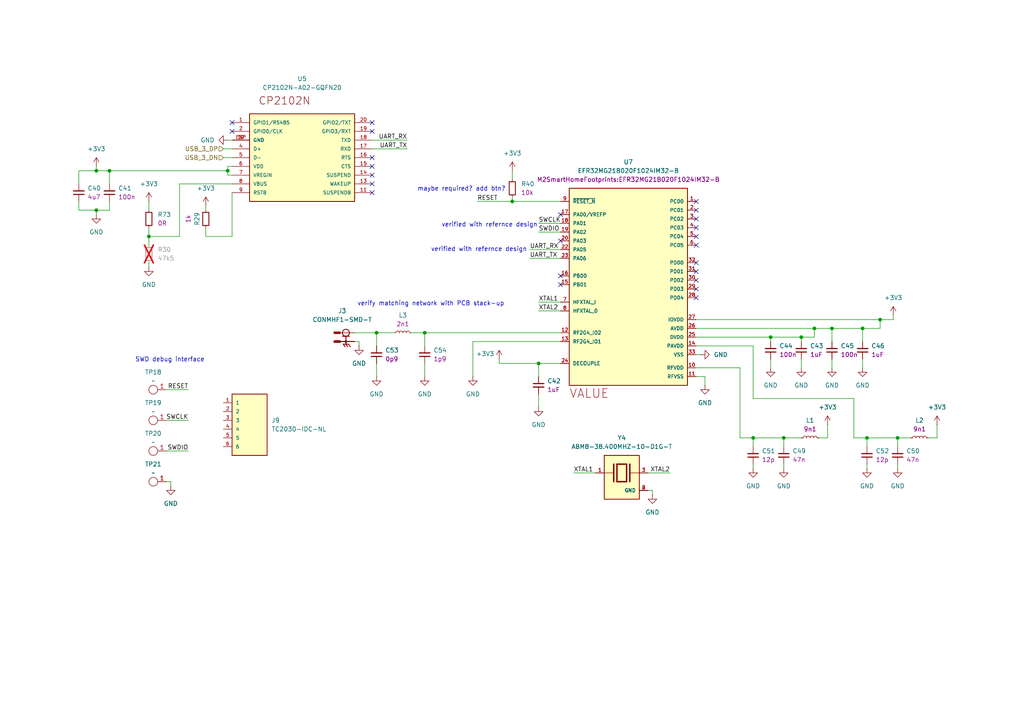
<source format=kicad_sch>
(kicad_sch (version 20231120) (generator "eeschema") (generator_version "8.0")
  (paper "A4")
  (title_block (title "M2SmartHome") (date "2024-10-11") (rev "Rev 1.0.0"))
  (lib_symbols
    (symbol "M2SmartHomeSymbols:ABM8-38.400MHZ-10-D1G-T" (pin_names (offset 1.016))
      (property "Reference" "Y" (at -5.0878 6.3559 0))
      (property "Value" "ABM8-38.400MHZ-10-D1G-T" (at -5.0944 -10.16 0))
      (symbol "ABM8-38.400MHZ-10-D1G-T_0_0"
        (pin passive line (at -7.62 0 0) (length 2.54) (name "~") (number "1"))
        (pin power_in line (at 7.62 -5.08 180) (length 2.54) (name "GND") (number "2"))
        (pin passive line (at 7.62 0 180) (length 2.54) (name "~") (number "3"))
        (pin power_in line (at 7.62 -5.08 180) (length 2.54) (name "GND") (number "4"))
      )
    )
    (symbol "M2SmartHomeSymbols:CONMHF1-SMD-T" (pin_numbers hide) (pin_names (offset 0) hide)
      (property "Reference" "J" (at -3.81 1.524 0))
      (property "Value" "CONMHF1-SMD-T" (at -4.064 -6.858 0))
      (symbol "CONMHF1-SMD-T_0_0"
        (pin passive line (at -2.54 0 0) (length 5.08) (name "~") (number "1"))
        (pin passive line (at -2.54 -2.54 0) (length 5.08) (name "~") (number "S1"))
        (pin passive line (at -2.54 -2.54 0) (length 5.08) (name "~") (number "S2"))
        (pin passive line (at -2.54 -2.54 0) (length 5.08) (name "~") (number "S3"))
      )
    )
    (symbol "M2SmartHomeSymbols:CP2102N-A02-GQFN20" (pin_names (offset 1.016))
      (property "Reference" "U" (at -12.7 17.78 0))
      (property "Value" "CP2102N-A02-GQFN20" (at 0 0 0))
      (symbol "CP2102N-A02-GQFN20_0_0"
        (text "CP2102N" (at -12.7 15.24 0) (effects (font (size 2.1844 2.1844)) (justify left bottom)))
        (pin bidirectional line (at -20.32 10.16 0) (length 5.08) (name "GPIO1/RS485") (number "1"))
        (pin bidirectional line (at 20.32 -10.16 180) (length 5.08) (name "SUSPENDB") (number "11"))
        (pin bidirectional line (at -20.32 5.08 0) (length 5.08) (name "GND") (number "12"))
        (pin bidirectional line (at 20.32 -7.62 180) (length 5.08) (name "WAKEUP") (number "13"))
        (pin bidirectional line (at 20.32 -5.08 180) (length 5.08) (name "SUSPEND") (number "14"))
        (pin bidirectional line (at 20.32 -2.54 180) (length 5.08) (name "CTS") (number "15"))
        (pin bidirectional line (at 20.32 0 180) (length 5.08) (name "RTS") (number "16"))
        (pin bidirectional line (at 20.32 2.54 180) (length 5.08) (name "RXD") (number "17"))
        (pin bidirectional line (at 20.32 5.08 180) (length 5.08) (name "TXD") (number "18"))
        (pin bidirectional line (at 20.32 7.62 180) (length 5.08) (name "GPIO3/RXT") (number "19"))
        (pin bidirectional line (at -20.32 7.62 0) (length 5.08) (name "GPIO0/CLK") (number "2"))
        (pin bidirectional line (at 20.32 10.16 180) (length 5.08) (name "GPIO2/TXT") (number "20"))
        (pin bidirectional line (at -20.32 5.08 0) (length 5.08) (name "GND") (number "3"))
        (pin bidirectional line (at -20.32 2.54 0) (length 5.08) (name "D+") (number "4"))
        (pin bidirectional line (at -20.32 0 0) (length 5.08) (name "D-") (number "5"))
        (pin bidirectional line (at -20.32 -2.54 0) (length 5.08) (name "VDD") (number "6"))
        (pin bidirectional line (at -20.32 -5.08 0) (length 5.08) (name "VREGIN") (number "7"))
        (pin bidirectional line (at -20.32 -7.62 0) (length 5.08) (name "VBUS") (number "8"))
        (pin bidirectional line (at -20.32 -10.16 0) (length 5.08) (name "RSTB") (number "9"))
        (pin bidirectional line (at -20.32 5.08 0) (length 5.08) (name "GND") (number "EXP"))
      )
    )
    (symbol "M2SmartHomeSymbols:C_0p9_0201" (pin_numbers hide) (pin_names hide)
      (property "Reference" "C" (at 20.32 -5.08 0))
      (property "Val" "0p9" (at 20.32 -7.62 0))
      (symbol "C_0p9_0201_1_1"
        (pin passive line (at 0 0 0) (length 2.032) (name "~") (number "1"))
        (pin passive line (at 5.08 0 180) (length 2.032) (name "~") (number "2"))
      )
    )
    (symbol "M2SmartHomeSymbols:C_100n_0402" (pin_numbers hide) (pin_names hide)
      (property "Reference" "C" (at 20.32 -5.08 0))
      (property "Val" "100n" (at 20.32 -7.62 0))
      (symbol "C_100n_0402_1_1"
        (pin passive line (at 0 0 0) (length 2.032) (name "~") (number "1"))
        (pin passive line (at 5.08 0 180) (length 2.032) (name "~") (number "2"))
      )
    )
    (symbol "M2SmartHomeSymbols:C_12p_0402" (pin_numbers hide) (pin_names hide)
      (property "Reference" "C" (at 20.32 -5.08 0))
      (property "Val" "12p" (at 20.32 -7.62 0))
      (symbol "C_12p_0402_1_1"
        (pin passive line (at 0 0 0) (length 2.032) (name "~") (number "1"))
        (pin passive line (at 5.08 0 180) (length 2.032) (name "~") (number "2"))
      )
    )
    (symbol "M2SmartHomeSymbols:C_1p9_0201" (pin_numbers hide) (pin_names hide)
      (property "Reference" "C" (at 20.32 -5.08 0))
      (property "Val" "1p9" (at 20.32 -7.62 0))
      (symbol "C_1p9_0201_1_1"
        (pin passive line (at 0 0 0) (length 2.032) (name "~") (number "1"))
        (pin passive line (at 5.08 0 180) (length 2.032) (name "~") (number "2"))
      )
    )
    (symbol "M2SmartHomeSymbols:C_1uF_0402" (pin_numbers hide) (pin_names hide)
      (property "Reference" "C" (at 20.32 -5.08 0))
      (property "Val" "1uF" (at 20.32 -7.62 0))
      (symbol "C_1uF_0402_1_1"
        (pin passive line (at 0 0 0) (length 2.032) (name "~") (number "1"))
        (pin passive line (at 5.08 0 180) (length 2.032) (name "~") (number "2"))
      )
    )
    (symbol "M2SmartHomeSymbols:C_47n_0402" (pin_numbers hide) (pin_names hide)
      (property "Reference" "C" (at 20.32 -5.08 0))
      (property "Val" "47n" (at 20.32 -7.62 0))
      (symbol "C_47n_0402_1_1"
        (pin passive line (at 0 0 0) (length 2.032) (name "~") (number "1"))
        (pin passive line (at 5.08 0 180) (length 2.032) (name "~") (number "2"))
      )
    )
    (symbol "M2SmartHomeSymbols:C_4u7_0402" (pin_numbers hide) (pin_names hide)
      (property "Reference" "C" (at 20.32 -5.08 0))
      (property "Val" "4u7" (at 20.32 -7.62 0))
      (symbol "C_4u7_0402_1_1"
        (pin passive line (at 0 0 0) (length 2.032) (name "~") (number "1"))
        (pin passive line (at 5.08 0 180) (length 2.032) (name "~") (number "2"))
      )
    )
    (symbol "M2SmartHomeSymbols:EFR32MG21B020F1024IM32-B" (pin_names (offset 1.016))
      (property "Reference" "U" (at -17.78 28.448 0))
      (property "Value" "EFR32MG21B020F1024IM32-B" (at -0.254 -0.254 0))
      (property "Footprint" "M2SmartHomeFootprints:EFR32MG21B020F1024IM32-B" (at -0.254 -0.254 0))
      (symbol "EFR32MG21B020F1024IM32-B_0_0"
        (text "VALUE" (at -17.78 -33.02 0) (effects (font (size 2.5424 2.5424)) (justify left bottom)))
      )
      (symbol "EFR32MG21B020F1024IM32-B_1_0"
        (pin bidirectional line (at 19.05 24.13 180) (length 2.54) (name "PC00") (number "1"))
        (pin power_in line (at 19.05 -24.13 180) (length 2.54) (name "RFVDD") (number "10"))
        (pin power_in line (at 19.05 -26.67 180) (length 2.54) (name "RFVSS") (number "11"))
        (pin bidirectional line (at -20.32 -13.97 0) (length 2.54) (name "RF2G4_IO2") (number "12"))
        (pin bidirectional line (at -20.32 -16.51 0) (length 2.54) (name "RF2G4_IO1") (number "13"))
        (pin power_in line (at 19.05 -17.78 180) (length 2.54) (name "PAVDD") (number "14"))
        (pin bidirectional line (at -20.32 0 0) (length 2.54) (name "PB01") (number "15"))
        (pin bidirectional line (at -20.32 2.54 0) (length 2.54) (name "PB00") (number "16"))
        (pin bidirectional line (at -20.32 20.32 0) (length 2.54) (name "PA00/VREFP") (number "17"))
        (pin bidirectional line (at -20.32 17.78 0) (length 2.54) (name "PA01") (number "18"))
        (pin bidirectional line (at -20.32 15.24 0) (length 2.54) (name "PA02") (number "19"))
        (pin bidirectional line (at 19.05 21.59 180) (length 2.54) (name "PC01") (number "2"))
        (pin bidirectional line (at -20.32 12.7 0) (length 2.54) (name "PA03") (number "20"))
        (pin bidirectional line (at -20.32 10.16 0) (length 2.54) (name "PA05") (number "22"))
        (pin bidirectional line (at -20.32 7.62 0) (length 2.54) (name "PA06") (number "23"))
        (pin bidirectional line (at -20.32 -22.86 0) (length 2.54) (name "DECOUPLE") (number "24"))
        (pin power_in line (at 19.05 -15.24 180) (length 2.54) (name "DVDD") (number "25"))
        (pin power_in line (at 19.05 -12.7 180) (length 2.54) (name "AVDD") (number "26"))
        (pin power_in line (at 19.05 -10.16 180) (length 2.54) (name "IOVDD") (number "27"))
        (pin bidirectional line (at 19.05 -3.81 180) (length 2.54) (name "PD04") (number "28"))
        (pin bidirectional line (at 19.05 -1.27 180) (length 2.54) (name "PD03") (number "29"))
        (pin bidirectional line (at 19.05 19.05 180) (length 2.54) (name "PC02") (number "3"))
        (pin bidirectional line (at 19.05 1.27 180) (length 2.54) (name "PD02") (number "30"))
        (pin bidirectional line (at 19.05 3.81 180) (length 2.54) (name "PD01") (number "31"))
        (pin bidirectional line (at 19.05 6.35 180) (length 2.54) (name "PD00") (number "32"))
        (pin power_in line (at 19.05 -20.32 180) (length 2.54) (name "VSS") (number "33"))
        (pin bidirectional line (at 19.05 16.51 180) (length 2.54) (name "PC03") (number "4"))
        (pin bidirectional line (at 19.05 13.97 180) (length 2.54) (name "PC04") (number "5"))
        (pin bidirectional line (at 19.05 11.43 180) (length 2.54) (name "PC05") (number "6"))
        (pin bidirectional line (at -20.32 -5.08 0) (length 2.54) (name "HFXTAL_I") (number "7"))
        (pin bidirectional line (at -20.32 -7.62 0) (length 2.54) (name "HFXTAL_0") (number "8"))
        (pin input line (at -20.32 24.13 0) (length 2.54) (name "~{RESET_N}") (number "9"))
      )
    )
    (symbol "M2SmartHomeSymbols:L_2n1_0201" (pin_numbers hide) (pin_names hide)
      (property "Reference" "L" (at 20.32 -5.08 0))
      (property "Val" "2n1" (at 20.32 -7.62 0))
      (symbol "L_2n1_0201_1_1"
        (pin passive line (at 0 0 0) (length 0.508) (name "~") (number "1"))
        (pin passive line (at 5.08 0 180) (length 0.508) (name "~") (number "2"))
      )
    )
    (symbol "M2SmartHomeSymbols:L_9n1_0402" (pin_numbers hide) (pin_names hide)
      (property "Reference" "L" (at 20.32 -5.08 0))
      (property "Val" "9n1" (at 20.32 -7.62 0))
      (symbol "L_9n1_0402_1_1"
        (pin passive line (at 0 0 0) (length 0.508) (name "~") (number "1"))
        (pin passive line (at 5.08 0 180) (length 0.508) (name "~") (number "2"))
      )
    )
    (symbol "M2SmartHomeSymbols:R_0_0402" (pin_numbers hide) (pin_names hide)
      (property "Reference" "R" (at 20.32 -5.08 0))
      (property "Val" "0R" (at 20.32 -7.62 0))
      (symbol "R_0_0402_1_1"
        (pin passive line (at 0 0 0) (length 0.635) (name "~") (number "1"))
        (pin passive line (at 5.08 0 180) (length 0.635) (name "~") (number "2"))
      )
    )
    (symbol "M2SmartHomeSymbols:R_10k_0402" (pin_numbers hide) (pin_names hide)
      (property "Reference" "R" (at 20.32 -5.08 0))
      (property "Val" "10k" (at 20.32 -7.62 0))
      (symbol "R_10k_0402_1_1"
        (pin passive line (at 0 0 0) (length 0.635) (name "~") (number "1"))
        (pin passive line (at 5.08 0 180) (length 0.635) (name "~") (number "2"))
      )
    )
    (symbol "M2SmartHomeSymbols:R_1k_0402" (pin_numbers hide) (pin_names hide)
      (property "Reference" "R" (at 20.32 -5.08 0))
      (property "Val" "1k" (at 20.32 -7.62 0))
      (symbol "R_1k_0402_1_1"
        (pin passive line (at 0 0 0) (length 0.635) (name "~") (number "1"))
        (pin passive line (at 5.08 0 180) (length 0.635) (name "~") (number "2"))
      )
    )
    (symbol "M2SmartHomeSymbols:R_47k5_0402" (pin_numbers hide) (pin_names hide)
      (property "Reference" "R" (at 20.32 -5.08 0))
      (property "Val" "47k5" (at 20.32 -7.62 0))
      (symbol "R_47k5_0402_1_1"
        (pin passive line (at 0 0 0) (length 0.635) (name "~") (number "1"))
        (pin passive line (at 5.08 0 180) (length 0.635) (name "~") (number "2"))
      )
    )
    (symbol "M2SmartHomeSymbols:TC2030-IDC-NL" (pin_names (offset 1.016))
      (property "Reference" "J" (at -5.0862 12.7156 0))
      (property "Value" "TC2030-IDC-NL" (at -5.0802 -10.1604 0))
      (symbol "TC2030-IDC-NL_0_0"
        (pin passive line (at -7.62 7.62 0) (length 2.54) (name "1") (number "1"))
        (pin passive line (at -7.62 5.08 0) (length 2.54) (name "2") (number "2"))
        (pin passive line (at -7.62 2.54 0) (length 2.54) (name "3") (number "3"))
        (pin passive line (at -7.62 0 0) (length 2.54) (name "4") (number "4"))
        (pin passive line (at -7.62 -2.54 0) (length 2.54) (name "5") (number "5"))
        (pin passive line (at -7.62 -5.08 0) (length 2.54) (name "6") (number "6"))
      )
    )
    (symbol "M2SmartHomeSymbols:TP_SMD_1mm"
      (property "Reference" "TP" (at 0 0 0))
      (symbol "TP_SMD_1mm_1_1"
        (pin bidirectional line (at 0 0 90) (length 2.54) (name "") (number "1"))
      )
    )
    (symbol "power:+3V3" (power) (pin_numbers hide) (pin_names (offset 0) hide)
      (property "Value" "+3V3" (at 0 3.556 0))
      (symbol "+3V3_1_1"
        (pin power_in line (at 0 0 90) (length 0) (name "~") (number "1"))
      )
    )
    (symbol "power:GND" (power) (pin_numbers hide) (pin_names (offset 0) hide)
      (property "Value" "GND" (at 0 -3.81 0))
      (symbol "GND_1_1"
        (pin power_in line (at 0 0 270) (length 0) (name "~") (number "1"))
      )
    )
  )
  (junction (at 251.46 127))
  (junction (at 27.94 60.96))
  (junction (at 109.22 96.52))
  (junction (at 66.04 49.53))
  (junction (at 241.3 95.25))
  (junction (at 227.33 127))
  (junction (at 218.44 127))
  (junction (at 27.94 49.53))
  (junction (at 148.59 58.42))
  (junction (at 232.41 97.79))
  (junction (at 31.75 49.53))
  (junction (at 255.27 92.71))
  (junction (at 43.18 68.58))
  (junction (at 260.35 127))
  (junction (at 223.52 97.79))
  (junction (at 156.21 105.41))
  (junction (at 236.22 95.25))
  (junction (at 123.19 96.52))
  (junction (at 250.19 95.25))
  (no_connect (at 107.95 48.26))
  (no_connect (at 201.93 81.28))
  (no_connect (at 107.95 38.1))
  (no_connect (at 162.56 80.01))
  (no_connect (at 201.93 86.36))
  (no_connect (at 201.93 68.58))
  (no_connect (at 201.93 66.04))
  (no_connect (at 201.93 76.2))
  (no_connect (at 107.95 50.8))
  (no_connect (at 107.95 55.88))
  (no_connect (at 201.93 63.5))
  (no_connect (at 201.93 83.82))
  (no_connect (at 201.93 71.12))
  (no_connect (at 107.95 45.72))
  (no_connect (at 201.93 60.96))
  (no_connect (at 201.93 78.74))
  (no_connect (at 107.95 53.34))
  (no_connect (at 67.31 38.1))
  (no_connect (at 162.56 62.23))
  (no_connect (at 162.56 82.55))
  (no_connect (at 67.31 35.56))
  (no_connect (at 107.95 35.56))
  (no_connect (at 201.93 58.42))
  (no_connect (at 162.56 69.85))
  (wire (pts (xy 241.3 95.25) (xy 241.3 99.06)))
  (wire (pts (xy 250.19 99.06) (xy 250.19 95.25)))
  (wire (pts (xy 204.47 109.22) (xy 204.47 111.76)))
  (wire (pts (xy 201.93 109.22) (xy 204.47 109.22)))
  (wire (pts (xy 27.94 48.26) (xy 27.94 49.53)))
  (wire (pts (xy 54.61 121.92) (xy 48.26 121.92)))
  (wire (pts (xy 59.69 68.58) (xy 67.31 68.58)))
  (wire (pts (xy 48.26 139.7) (xy 49.53 139.7)))
  (wire (pts (xy 109.22 100.33) (xy 109.22 96.52)))
  (wire (pts (xy 236.22 97.79) (xy 236.22 95.25)))
  (wire (pts (xy 201.93 95.25) (xy 236.22 95.25)))
  (wire (pts (xy 22.86 49.53) (xy 27.94 49.53)))
  (wire (pts (xy 218.44 127) (xy 227.33 127)))
  (wire (pts (xy 156.21 67.31) (xy 162.56 67.31)))
  (wire (pts (xy 166.37 137.16) (xy 172.72 137.16)))
  (wire (pts (xy 59.69 68.58) (xy 59.69 66.04)))
  (wire (pts (xy 260.35 127) (xy 264.16 127)))
  (wire (pts (xy 156.21 105.41) (xy 162.56 105.41)))
  (wire (pts (xy 156.21 90.17) (xy 162.56 90.17)))
  (wire (pts (xy 102.87 99.06) (xy 104.14 99.06)))
  (wire (pts (xy 66.04 50.8) (xy 67.31 50.8)))
  (wire (pts (xy 31.75 60.96) (xy 31.75 58.42)))
  (wire (pts (xy 156.21 64.77) (xy 162.56 64.77)))
  (wire (pts (xy 241.3 104.14) (xy 241.3 106.68)))
  (wire (pts (xy 156.21 87.63) (xy 162.56 87.63)))
  (wire (pts (xy 201.93 97.79) (xy 223.52 97.79)))
  (wire (pts (xy 251.46 127) (xy 260.35 127)))
  (wire (pts (xy 223.52 104.14) (xy 223.52 106.68)))
  (wire (pts (xy 201.93 102.87) (xy 203.2 102.87)))
  (wire (pts (xy 27.94 60.96) (xy 27.94 62.23)))
  (wire (pts (xy 22.86 58.42) (xy 22.86 60.96)))
  (wire (pts (xy 227.33 134.62) (xy 227.33 135.89)))
  (wire (pts (xy 223.52 97.79) (xy 232.41 97.79)))
  (wire (pts (xy 218.44 134.62) (xy 218.44 135.89)))
  (wire (pts (xy 59.69 59.69) (xy 59.69 60.96)))
  (wire (pts (xy 232.41 97.79) (xy 232.41 99.06)))
  (wire (pts (xy 189.23 143.51) (xy 189.23 142.24)))
  (wire (pts (xy 156.21 114.3) (xy 156.21 118.11)))
  (wire (pts (xy 236.22 95.25) (xy 241.3 95.25)))
  (wire (pts (xy 123.19 105.41) (xy 123.19 109.22)))
  (wire (pts (xy 214.63 127) (xy 218.44 127)))
  (wire (pts (xy 250.19 95.25) (xy 255.27 95.25)))
  (wire (pts (xy 137.16 99.06) (xy 137.16 109.22)))
  (wire (pts (xy 255.27 92.71) (xy 259.08 92.71)))
  (wire (pts (xy 66.04 48.26) (xy 66.04 49.53)))
  (wire (pts (xy 260.35 134.62) (xy 260.35 135.89)))
  (wire (pts (xy 43.18 66.04) (xy 43.18 68.58)))
  (wire (pts (xy 156.21 105.41) (xy 156.21 109.22)))
  (wire (pts (xy 255.27 95.25) (xy 255.27 92.71)))
  (wire (pts (xy 64.77 45.72) (xy 67.31 45.72)))
  (wire (pts (xy 43.18 68.58) (xy 43.18 71.12)))
  (wire (pts (xy 123.19 96.52) (xy 162.56 96.52)))
  (wire (pts (xy 144.78 104.14) (xy 144.78 105.41)))
  (wire (pts (xy 194.31 137.16) (xy 187.96 137.16)))
  (wire (pts (xy 67.31 53.34) (xy 52.07 53.34)))
  (wire (pts (xy 250.19 104.14) (xy 250.19 106.68)))
  (wire (pts (xy 109.22 105.41) (xy 109.22 109.22)))
  (wire (pts (xy 247.65 115.57) (xy 247.65 127)))
  (wire (pts (xy 123.19 100.33) (xy 123.19 96.52)))
  (wire (pts (xy 153.67 74.93) (xy 162.56 74.93)))
  (wire (pts (xy 138.43 58.42) (xy 148.59 58.42)))
  (wire (pts (xy 27.94 60.96) (xy 31.75 60.96)))
  (wire (pts (xy 54.61 130.81) (xy 48.26 130.81)))
  (wire (pts (xy 227.33 127) (xy 232.41 127)))
  (wire (pts (xy 109.22 96.52) (xy 114.3 96.52)))
  (wire (pts (xy 218.44 127) (xy 218.44 129.54)))
  (wire (pts (xy 67.31 68.58) (xy 67.31 55.88)))
  (wire (pts (xy 232.41 97.79) (xy 236.22 97.79)))
  (wire (pts (xy 227.33 127) (xy 227.33 129.54)))
  (wire (pts (xy 48.26 113.03) (xy 54.61 113.03)))
  (wire (pts (xy 66.04 40.64) (xy 67.31 40.64)))
  (wire (pts (xy 271.78 127) (xy 271.78 123.19)))
  (wire (pts (xy 66.04 49.53) (xy 66.04 50.8)))
  (wire (pts (xy 52.07 68.58) (xy 43.18 68.58)))
  (wire (pts (xy 259.08 91.44) (xy 259.08 92.71)))
  (wire (pts (xy 148.59 49.53) (xy 148.59 52.07)))
  (wire (pts (xy 232.41 104.14) (xy 232.41 106.68)))
  (wire (pts (xy 214.63 106.68) (xy 214.63 127)))
  (wire (pts (xy 31.75 49.53) (xy 66.04 49.53)))
  (wire (pts (xy 49.53 139.7) (xy 49.53 140.97)))
  (wire (pts (xy 241.3 95.25) (xy 250.19 95.25)))
  (wire (pts (xy 64.77 43.18) (xy 67.31 43.18)))
  (wire (pts (xy 247.65 127) (xy 251.46 127)))
  (wire (pts (xy 144.78 105.41) (xy 156.21 105.41)))
  (wire (pts (xy 52.07 53.34) (xy 52.07 68.58)))
  (wire (pts (xy 162.56 99.06) (xy 137.16 99.06)))
  (wire (pts (xy 269.24 127) (xy 271.78 127)))
  (wire (pts (xy 22.86 60.96) (xy 27.94 60.96)))
  (wire (pts (xy 43.18 76.2) (xy 43.18 77.47)))
  (wire (pts (xy 218.44 115.57) (xy 247.65 115.57)))
  (wire (pts (xy 251.46 127) (xy 251.46 129.54)))
  (wire (pts (xy 102.87 96.52) (xy 109.22 96.52)))
  (wire (pts (xy 201.93 92.71) (xy 255.27 92.71)))
  (wire (pts (xy 31.75 49.53) (xy 31.75 53.34)))
  (wire (pts (xy 22.86 49.53) (xy 22.86 53.34)))
  (wire (pts (xy 251.46 134.62) (xy 251.46 135.89)))
  (wire (pts (xy 189.23 142.24) (xy 187.96 142.24)))
  (wire (pts (xy 104.14 99.06) (xy 104.14 100.33)))
  (wire (pts (xy 107.95 40.64) (xy 118.11 40.64)))
  (wire (pts (xy 153.67 72.39) (xy 162.56 72.39)))
  (wire (pts (xy 223.52 97.79) (xy 223.52 99.06)))
  (wire (pts (xy 240.03 127) (xy 237.49 127)))
  (wire (pts (xy 148.59 57.15) (xy 148.59 58.42)))
  (wire (pts (xy 260.35 127) (xy 260.35 129.54)))
  (wire (pts (xy 67.31 48.26) (xy 66.04 48.26)))
  (wire (pts (xy 43.18 58.42) (xy 43.18 60.96)))
  (wire (pts (xy 240.03 123.19) (xy 240.03 127)))
  (wire (pts (xy 107.95 43.18) (xy 118.11 43.18)))
  (wire (pts (xy 201.93 100.33) (xy 218.44 100.33)))
  (wire (pts (xy 27.94 49.53) (xy 31.75 49.53)))
  (wire (pts (xy 119.38 96.52) (xy 123.19 96.52)))
  (wire (pts (xy 148.59 58.42) (xy 162.56 58.42)))
  (wire (pts (xy 218.44 100.33) (xy 218.44 115.57)))
  (wire (pts (xy 201.93 106.68) (xy 214.63 106.68)))
  (text "verified with refernce design" (at 141.986 65.278 0) (effects (font (size 1.27 1.27))))
  (text "verify matching network with PCB stack-up" (at 124.968 88.138 0) (effects (font (size 1.27 1.27))))
  (text "maybe required? add btn?" (at 133.858 54.864 0) (effects (font (size 1.27 1.27))))
  (text "SWD debug interface" (at 49.276 104.394 0) (effects (font (size 1.27 1.27))))
  (text "verified with refernce design" (at 138.938 72.39 0) (effects (font (size 1.27 1.27))))
  (label "XTAL1" (at 166.37 137.16 0))
  (label "SWCLK" (at 156.21 64.77 0))
  (label "UART_RX" (at 153.67 72.39 0))
  (label "RESET" (at 138.43 58.42 0))
  (label "SWDIO" (at 54.61 130.81 180))
  (label "UART_TX" (at 118.11 43.18 180))
  (label "XTAL1" (at 156.21 87.63 0))
  (label "UART_RX" (at 118.11 40.64 180))
  (label "RESET" (at 54.61 113.03 180))
  (label "SWDIO" (at 156.21 67.31 0))
  (label "XTAL2" (at 156.21 90.17 0))
  (label "XTAL2" (at 194.31 137.16 180))
  (label "UART_TX" (at 153.67 74.93 0))
  (label "SWCLK" (at 54.61 121.92 180))
  (hierarchical_label "USB_3_DP" (shape input) (at 64.77 43.18 180))
  (hierarchical_label "USB_3_DN" (shape input) (at 64.77 45.72 180))
  (symbol (lib_id "power:+3V3") (at 144.78 104.14 0) (unit 1)
    (property "Reference" "#PWR0121" (effects (hide yes)))
    (property "Value" "+3V3" (at 140.716 102.616 0))
    (property "Description" "Power symbol creates a global label with name \"+3V3\"" (effects (hide yes)))
  )
  (symbol (lib_id "power:GND") (at 104.14 100.33 0) (unit 1)
    (property "Reference" "#PWR0123" (effects (hide yes)))
    (property "Value" "GND" (at 104.14 105.41 0))
    (property "Description" "Power symbol creates a global label with name \"GND\" , ground" (effects (hide yes)))
  )
  (symbol (lib_id "M2SmartHomeSymbols:TP_SMD_1mm") (at 48.26 139.7 90) (unit 1)
    (property "Reference" "TP21" (at 44.45 134.62 90))
    (property "Value" "~" (at 44.45 137.16 90))
    (property "Footprint" "M2SmartHomeFootprints:TestPoint_Pad_D1.0mm" (effects (hide yes)))
  )
  (symbol (lib_id "M2SmartHomeSymbols:C_0p9_0201") (at 109.22 105.41 90) (unit 1)
    (property "Reference" "C53" (at 111.76 101.5936 90) (effects (justify right)))
    (property "Value" "C_0p9_0201" (effects (hide yes)))
    (property "Footprint" "M2SmartHomeFootprints:C_0201" (effects (hide yes)))
    (property "Datasheet" "https://www.murata.com/en-global/products/productdetail?partno=GRM0335C1HR90WA01%23" (effects (hide yes)))
    (property "Description" "SMD Multilayer Ceramic Capacitor, 0.9 pF, 50 V, 0201 [0603 Metric], ±0.05 pF, C0G (NP0), GRM Series" (effects (hide yes)))
    (property "MPN" "GRM0335C1HR90WA01D" (effects (hide yes)))
    (property "Manufacturer" "Murata" (effects (hide yes)))
    (property "License" "Apache-2.0" (effects (hide yes)))
    (property "Author" "Your Name" (effects (hide yes)))
    (property "Val" "0p9" (at 111.76 104.1336 90) (effects (justify right)))
    (property "Voltage" "50V" (effects (hide yes)))
    (property "Dielectric" "C0G" (effects (hide yes)))
  )
  (symbol (lib_id "M2SmartHomeSymbols:TP_SMD_1mm") (at 48.26 121.92 90) (unit 1)
    (property "Reference" "TP19" (at 44.45 116.84 90))
    (property "Value" "~" (at 44.45 119.38 90))
    (property "Footprint" "M2SmartHomeFootprints:TestPoint_Pad_D1.0mm" (effects (hide yes)))
  )
  (symbol (lib_id "power:GND") (at 137.16 109.22 0) (unit 1)
    (property "Reference" "#PWR0119" (effects (hide yes)))
    (property "Value" "GND" (at 137.16 114.3 0))
    (property "Description" "Power symbol creates a global label with name \"GND\" , ground" (effects (hide yes)))
  )
  (symbol (lib_id "power:+3V3") (at 240.03 123.19 0) (unit 1)
    (property "Reference" "#PWR0111" (effects (hide yes)))
    (property "Value" "+3V3" (at 240.03 118.11 0))
    (property "Description" "Power symbol creates a global label with name \"+3V3\"" (effects (hide yes)))
  )
  (symbol (lib_id "M2SmartHomeSymbols:C_12p_0402") (at 218.44 134.62 90) (unit 1)
    (property "Reference" "C51" (at 220.98 130.8036 90) (effects (justify right)))
    (property "Value" "C_12p_0402" (effects (hide yes)))
    (property "Footprint" "M2SmartHomeFootprints:C_0402" (effects (hide yes)))
    (property "Datasheet" "https://www.murata.com/en-global/products/productdetail?partno=GRM155R71H120KA01%23" (effects (hide yes)))
    (property "Description" "SMD Multilayer Ceramic Capacitor, 12 pF, 50 V, 0402 [1005 Metric], ±10%, X7R, GRM Series" (effects (hide yes)))
    (property "MPN" "GRM155R71H120KA01D" (effects (hide yes)))
    (property "Manufacturer" "Murata" (effects (hide yes)))
    (property "License" "Apache-2.0" (effects (hide yes)))
    (property "Author" "Your Name" (effects (hide yes)))
    (property "Val" "12p" (at 220.98 133.3436 90) (effects (justify right)))
    (property "Voltage" "50V" (effects (hide yes)))
    (property "Dielectric" "X7R" (effects (hide yes)))
  )
  (symbol (lib_id "M2SmartHomeSymbols:L_9n1_0402") (at 232.41 127 0) (unit 1)
    (property "Reference" "L1" (at 234.95 121.92 0))
    (property "Value" "L_9n1_0402" (effects (hide yes)))
    (property "Footprint" "M2SmartHomeFootprints:L_0201" (effects (hide yes)))
    (property "Datasheet" "https://www.murata.com/en-global/products/productdata/inductor/lqg15hs.pdf" (effects (hide yes)))
    (property "Description" "SMD Inductor, 9.1 nH, ±5%, 200 mA, 0402 [1005 Metric], LQG Series" (effects (hide yes)))
    (property "MPN" "LQG15HS9N1J02D" (effects (hide yes)))
    (property "Manufacturer" "Murata" (effects (hide yes)))
    (property "License" "Apache-2.0" (effects (hide yes)))
    (property "Author" "Your Name" (effects (hide yes)))
    (property "Val" "9n1" (at 234.95 124.46 0))
    (property "Inductance" "9.1 nH" (effects (hide yes)))
    (property "Current" "200 mA" (effects (hide yes)))
  )
  (symbol (lib_id "M2SmartHomeSymbols:C_4u7_0402") (at 22.86 58.42 90) (unit 1)
    (property "Reference" "C40" (at 25.4 54.6036 90) (effects (justify right)))
    (property "Value" "C_4u7_0402" (effects (hide yes)))
    (property "Footprint" "M2SmartHomeFootprints:C_0402" (effects (hide yes)))
    (property "Datasheet" "https://www.murata.com/products/productdetail?partno=GRM155R60J475ME47%23" (effects (hide yes)))
    (property "Description" "SMD Multilayer Ceramic Capacitor, 4.7 µF, 6.3 V, 0402 [1005 Metric], ±20%, X5R, GRM Series" (effects (hide yes)))
    (property "MPN" "GRM155R60J475ME47D" (effects (hide yes)))
    (property "Manufacturer" "Murata" (effects (hide yes)))
    (property "License" "Apache-2.0" (effects (hide yes)))
    (property "Author" "Your Name" (effects (hide yes)))
    (property "Val" "4u7" (at 25.4 57.1436 90) (effects (justify right)))
    (property "Voltage" "6.3V" (effects (hide yes)))
    (property "Dielectric" "X5R" (effects (hide yes)))
  )
  (symbol (lib_id "M2SmartHomeSymbols:C_100n_0402") (at 31.75 58.42 90) (unit 1)
    (property "Reference" "C41" (at 34.29 54.6036 90) (effects (justify right)))
    (property "Value" "C_100n_0402" (effects (hide yes)))
    (property "Footprint" "M2SmartHomeFootprints:C_0402" (effects (hide yes)))
    (property "Datasheet" "https://www.murata.com/products/productdetail?partno=GRM155R61A104KE01%23" (effects (hide yes)))
    (property "Description" "SMD Multilayer Ceramic Capacitor, 100 nF, 10 V, 0402 [1005 Metric], ±10%, X5R, GRM Series" (effects (hide yes)))
    (property "MPN" "GRM155R61A104KE01D" (effects (hide yes)))
    (property "Manufacturer" "Murata" (effects (hide yes)))
    (property "License" "Apache-2.0" (effects (hide yes)))
    (property "Author" "Your Name" (effects (hide yes)))
    (property "Val" "100n" (at 34.29 57.1436 90) (effects (justify right)))
    (property "Voltage" "10V" (effects (hide yes)))
    (property "Dielectric" "X5R" (effects (hide yes)))
  )
  (symbol (lib_id "power:GND") (at 241.3 106.68 0) (unit 1)
    (property "Reference" "#PWR0107" (effects (hide yes)))
    (property "Value" "GND" (at 241.3 111.76 0))
    (property "Description" "Power symbol creates a global label with name \"GND\" , ground" (effects (hide yes)))
  )
  (symbol (lib_id "M2SmartHomeSymbols:R_47k5_0402") (at 43.18 76.2 90) (unit 1) (dnp yes)
    (property "Reference" "R30" (at 45.72 72.39 90) (effects (justify right)))
    (property "Value" "R_47k5_0402" (effects (hide yes)))
    (property "Footprint" "M2SmartHomeFootprints:R_0402" (effects (hide yes)))
    (property "Datasheet" "https://www.vishay.com/docs/20035/crcw0402.pdf" (effects (hide yes)))
    (property "Description" "SMD Thick Film Resistor, 47.5 kΩ, ±1%, 1/16 W, 0402 [1005 Metric], CRCW Series" (effects (hide yes)))
    (property "MPN" "CRCW040247K5FKED" (effects (hide yes)))
    (property "Manufacturer" "Vishay" (effects (hide yes)))
    (property "License" "Apache-2.0" (effects (hide yes)))
    (property "Author" "Your Name" (effects (hide yes)))
    (property "Val" "47k5" (at 45.72 74.93 90) (effects (justify right)))
    (property "Tolerance" "1%" (effects (hide yes)))
    (property "Power" "1/16 W" (effects (hide yes)))
  )
  (symbol (lib_id "power:+3V3") (at 259.08 91.44 0) (unit 1)
    (property "Reference" "#PWR0101" (effects (hide yes)))
    (property "Value" "+3V3" (at 259.08 86.36 0))
    (property "Description" "Power symbol creates a global label with name \"+3V3\"" (effects (hide yes)))
  )
  (symbol (lib_id "power:GND") (at 123.19 109.22 0) (unit 1)
    (property "Reference" "#PWR0117" (effects (hide yes)))
    (property "Value" "GND" (at 123.19 114.3 0))
    (property "Description" "Power symbol creates a global label with name \"GND\" , ground" (effects (hide yes)))
  )
  (symbol (lib_id "power:+3V3") (at 271.78 123.19 0) (unit 1)
    (property "Reference" "#PWR0113" (effects (hide yes)))
    (property "Value" "+3V3" (at 271.78 118.11 0))
    (property "Description" "Power symbol creates a global label with name \"+3V3\"" (effects (hide yes)))
  )
  (symbol (lib_id "M2SmartHomeSymbols:C_47n_0402") (at 260.35 134.62 90) (unit 1)
    (property "Reference" "C50" (at 262.89 130.8036 90) (effects (justify right)))
    (property "Value" "C_47n_0402" (effects (hide yes)))
    (property "Footprint" "M2SmartHomeFootprints:C_0402" (effects (hide yes)))
    (property "Datasheet" "https://www.murata.com/en-global/products/productdetail?partno=GRM155R61H473KE19%23" (effects (hide yes)))
    (property "Description" "SMD Multilayer Ceramic Capacitor, 47 nF, 50 V, 0402 [1005 Metric], ±10%, X5R, GRM Series" (effects (hide yes)))
    (property "MPN" "GRM155R61H473KE19D" (effects (hide yes)))
    (property "Manufacturer" "Murata" (effects (hide yes)))
    (property "License" "Apache-2.0" (effects (hide yes)))
    (property "Author" "Your Name" (effects (hide yes)))
    (property "Val" "47n" (at 262.89 133.3436 90) (effects (justify right)))
    (property "Voltage" "50V" (effects (hide yes)))
    (property "Dielectric" "X5R" (effects (hide yes)))
  )
  (symbol (lib_id "M2SmartHomeSymbols:C_1uF_0402") (at 250.19 104.14 90) (unit 1)
    (property "Reference" "C46" (at 252.73 100.3236 90) (effects (justify right)))
    (property "Value" "C_1uF_0402" (effects (hide yes)))
    (property "Footprint" "M2SmartHomeFootprints:C_0402" (effects (hide yes)))
    (property "Datasheet" "https://www.murata.com/products/productdetail?partno=GRM155R61H105KE92%23" (effects (hide yes)))
    (property "Description" "SMD Multilayer Ceramic Capacitor, 1 µF, 50 V, 0402 [1005 Metric], ±10%, X5R, GRM Series" (effects (hide yes)))
    (property "MPN" "GRM155R61H105KE92D" (effects (hide yes)))
    (property "Manufacturer" "Murata" (effects (hide yes)))
    (property "License" "Apache-2.0" (effects (hide yes)))
    (property "Author" "Your Name" (effects (hide yes)))
    (property "Val" "1uF" (at 252.73 102.8636 90) (effects (justify right)))
    (property "Voltage" "50V" (effects (hide yes)))
    (property "Dielectric" "X5R" (effects (hide yes)))
  )
  (symbol (lib_id "M2SmartHomeSymbols:TP_SMD_1mm") (at 48.26 130.81 90) (unit 1)
    (property "Reference" "TP20" (at 44.45 125.73 90))
    (property "Value" "~" (at 44.45 128.27 90))
    (property "Footprint" "M2SmartHomeFootprints:TestPoint_Pad_D1.0mm" (effects (hide yes)))
  )
  (symbol (lib_id "power:GND") (at 223.52 106.68 0) (unit 1)
    (property "Reference" "#PWR0105" (effects (hide yes)))
    (property "Value" "GND" (at 223.52 111.76 0))
    (property "Description" "Power symbol creates a global label with name \"GND\" , ground" (effects (hide yes)))
  )
  (symbol (lib_id "power:GND") (at 251.46 135.89 0) (unit 1)
    (property "Reference" "#PWR0116" (effects (hide yes)))
    (property "Value" "GND" (at 251.46 140.97 0))
    (property "Description" "Power symbol creates a global label with name \"GND\" , ground" (effects (hide yes)))
  )
  (symbol (lib_id "M2SmartHomeSymbols:R_1k_0402") (at 59.69 66.04 90) (unit 1)
    (property "Reference" "R29" (at 57.15 63.5 0))
    (property "Value" "R_1k_0402" (effects (hide yes)))
    (property "Footprint" "M2SmartHomeFootprints:R_0402" (effects (hide yes)))
    (property "Datasheet" "https://www.vishay.com/docs/20035/crcw0402.pdf" (effects (hide yes)))
    (property "Description" "SMD Thick Film Resistor, 1 kΩ, ±1%, 1/16 W, 0402 [1005 Metric], CRCW Series" (effects (hide yes)))
    (property "MPN" "CRCW04021K00FKED" (effects (hide yes)))
    (property "Manufacturer" "Vishay" (effects (hide yes)))
    (property "License" "Apache-2.0" (effects (hide yes)))
    (property "Author" "Your Name" (effects (hide yes)))
    (property "Val" "1k" (at 54.61 63.5 0))
    (property "Tolerance" "1%" (effects (hide yes)))
    (property "Power" "1/16 W" (effects (hide yes)))
  )
  (symbol (lib_id "M2SmartHomeSymbols:L_2n1_0201") (at 114.3 96.52 0) (unit 1)
    (property "Reference" "L3" (at 116.84 91.44 0))
    (property "Value" "L_2n1_0201" (effects (hide yes)))
    (property "Footprint" "M2SmartHomeFootprints:L_0201" (effects (hide yes)))
    (property "Datasheet" "https://www.murata.com/en-global/products/productdetail?partno=LQP03HQ2N1B02D" (effects (hide yes)))
    (property "Description" "SMD Inductor, 2.1 nH, ±0.1 nH, 600 mA, 0201 [0603 Metric], LQP Series" (effects (hide yes)))
    (property "MPN" "LQP03HQ2N1B02D" (effects (hide yes)))
    (property "Manufacturer" "Murata" (effects (hide yes)))
    (property "License" "Apache-2.0" (effects (hide yes)))
    (property "Author" "Your Name" (effects (hide yes)))
    (property "Val" "2n1" (at 116.84 93.98 0))
    (property "Inductance" "2.1 nH" (effects (hide yes)))
    (property "Current" "600 mA" (effects (hide yes)))
  )
  (symbol (lib_id "power:GND") (at 109.22 109.22 0) (unit 1)
    (property "Reference" "#PWR0118" (effects (hide yes)))
    (property "Value" "GND" (at 109.22 114.3 0))
    (property "Description" "Power symbol creates a global label with name \"GND\" , ground" (effects (hide yes)))
  )
  (symbol (lib_id "power:+3V3") (at 148.59 49.53 0) (unit 1)
    (property "Reference" "#PWR0100" (effects (hide yes)))
    (property "Value" "+3V3" (at 148.59 44.45 0))
    (property "Description" "Power symbol creates a global label with name \"+3V3\"" (effects (hide yes)))
  )
  (symbol (lib_id "M2SmartHomeSymbols:C_1p9_0201") (at 123.19 105.41 90) (unit 1)
    (property "Reference" "C54" (at 125.73 101.5936 90) (effects (justify right)))
    (property "Value" "C_1p9_0201" (effects (hide yes)))
    (property "Footprint" "M2SmartHomeFootprints:C_0201" (effects (hide yes)))
    (property "Datasheet" "https://www.murata.com/en-global/products/productdetail?partno=GRM0335C1H1R9WA01%23" (effects (hide yes)))
    (property "Description" "SMD Multilayer Ceramic Capacitor, 1.9 pF, 50 V, 0201 [0603 Metric], ±0.05 pF, C0G (NP0), GRM Series" (effects (hide yes)))
    (property "MPN" "GRM0335C1H1R9WA01D" (effects (hide yes)))
    (property "Manufacturer" "Murata" (effects (hide yes)))
    (property "License" "Apache-2.0" (effects (hide yes)))
    (property "Author" "Your Name" (effects (hide yes)))
    (property "Val" "1p9" (at 125.73 104.1336 90) (effects (justify right)))
    (property "Voltage" "50V" (effects (hide yes)))
    (property "Dielectric" "C0G" (effects (hide yes)))
  )
  (symbol (lib_id "M2SmartHomeSymbols:C_12p_0402") (at 251.46 134.62 90) (unit 1)
    (property "Reference" "C52" (at 254 130.8036 90) (effects (justify right)))
    (property "Value" "C_12p_0402" (effects (hide yes)))
    (property "Footprint" "M2SmartHomeFootprints:C_0402" (effects (hide yes)))
    (property "Datasheet" "https://www.murata.com/en-global/products/productdetail?partno=GRM155R71H120KA01%23" (effects (hide yes)))
    (property "Description" "SMD Multilayer Ceramic Capacitor, 12 pF, 50 V, 0402 [1005 Metric], ±10%, X7R, GRM Series" (effects (hide yes)))
    (property "MPN" "GRM155R71H120KA01D" (effects (hide yes)))
    (property "Manufacturer" "Murata" (effects (hide yes)))
    (property "License" "Apache-2.0" (effects (hide yes)))
    (property "Author" "Your Name" (effects (hide yes)))
    (property "Val" "12p" (at 254 133.3436 90) (effects (justify right)))
    (property "Voltage" "50V" (effects (hide yes)))
    (property "Dielectric" "X7R" (effects (hide yes)))
  )
  (symbol (lib_id "M2SmartHomeSymbols:C_100n_0402") (at 223.52 104.14 90) (unit 1)
    (property "Reference" "C44" (at 226.06 100.3236 90) (effects (justify right)))
    (property "Value" "C_100n_0402" (effects (hide yes)))
    (property "Footprint" "M2SmartHomeFootprints:C_0402" (effects (hide yes)))
    (property "Datasheet" "https://www.murata.com/products/productdetail?partno=GRM155R61A104KE01%23" (effects (hide yes)))
    (property "Description" "SMD Multilayer Ceramic Capacitor, 100 nF, 10 V, 0402 [1005 Metric], ±10%, X5R, GRM Series" (effects (hide yes)))
    (property "MPN" "GRM155R61A104KE01D" (effects (hide yes)))
    (property "Manufacturer" "Murata" (effects (hide yes)))
    (property "License" "Apache-2.0" (effects (hide yes)))
    (property "Author" "Your Name" (effects (hide yes)))
    (property "Val" "100n" (at 226.06 102.8636 90) (effects (justify right)))
    (property "Voltage" "10V" (effects (hide yes)))
    (property "Dielectric" "X5R" (effects (hide yes)))
  )
  (symbol (lib_id "M2SmartHomeSymbols:L_9n1_0402") (at 264.16 127 0) (unit 1)
    (property "Reference" "L2" (at 266.7 121.92 0))
    (property "Value" "L_9n1_0402" (effects (hide yes)))
    (property "Footprint" "M2SmartHomeFootprints:L_0201" (effects (hide yes)))
    (property "Datasheet" "https://www.murata.com/en-global/products/productdata/inductor/lqg15hs.pdf" (effects (hide yes)))
    (property "Description" "SMD Inductor, 9.1 nH, ±5%, 200 mA, 0402 [1005 Metric], LQG Series" (effects (hide yes)))
    (property "MPN" "LQG15HS9N1J02D" (effects (hide yes)))
    (property "Manufacturer" "Murata" (effects (hide yes)))
    (property "License" "Apache-2.0" (effects (hide yes)))
    (property "Author" "Your Name" (effects (hide yes)))
    (property "Val" "9n1" (at 266.7 124.46 0))
    (property "Inductance" "9.1 nH" (effects (hide yes)))
    (property "Current" "200 mA" (effects (hide yes)))
  )
  (symbol (lib_id "power:+3V3") (at 59.69 59.69 0) (unit 1)
    (property "Reference" "#PWR097" (effects (hide yes)))
    (property "Value" "+3V3" (at 59.69 54.61 0))
    (property "Description" "Power symbol creates a global label with name \"+3V3\"" (effects (hide yes)))
  )
  (symbol (lib_id "power:GND") (at 49.53 140.97 0) (unit 1)
    (property "Reference" "#PWR0209" (effects (hide yes)))
    (property "Value" "GND" (at 49.53 146.05 0))
    (property "Description" "Power symbol creates a global label with name \"GND\" , ground" (effects (hide yes)))
  )
  (symbol (lib_id "M2SmartHomeSymbols:C_47n_0402") (at 227.33 134.62 90) (unit 1)
    (property "Reference" "C49" (at 229.87 130.8036 90) (effects (justify right)))
    (property "Value" "C_47n_0402" (effects (hide yes)))
    (property "Footprint" "M2SmartHomeFootprints:C_0402" (effects (hide yes)))
    (property "Datasheet" "https://www.murata.com/en-global/products/productdetail?partno=GRM155R61H473KE19%23" (effects (hide yes)))
    (property "Description" "SMD Multilayer Ceramic Capacitor, 47 nF, 50 V, 0402 [1005 Metric], ±10%, X5R, GRM Series" (effects (hide yes)))
    (property "MPN" "GRM155R61H473KE19D" (effects (hide yes)))
    (property "Manufacturer" "Murata" (effects (hide yes)))
    (property "License" "Apache-2.0" (effects (hide yes)))
    (property "Author" "Your Name" (effects (hide yes)))
    (property "Val" "47n" (at 229.87 133.3436 90) (effects (justify right)))
    (property "Voltage" "50V" (effects (hide yes)))
    (property "Dielectric" "X5R" (effects (hide yes)))
  )
  (symbol (lib_id "power:GND") (at 204.47 111.76 0) (unit 1)
    (property "Reference" "#PWR0102" (effects (hide yes)))
    (property "Value" "GND" (at 204.47 116.84 0))
    (property "Description" "Power symbol creates a global label with name \"GND\" , ground" (effects (hide yes)))
  )
  (symbol (lib_id "power:GND") (at 218.44 135.89 0) (unit 1)
    (property "Reference" "#PWR0115" (effects (hide yes)))
    (property "Value" "GND" (at 218.44 140.97 0))
    (property "Description" "Power symbol creates a global label with name \"GND\" , ground" (effects (hide yes)))
  )
  (symbol (lib_id "M2SmartHomeSymbols:TC2030-IDC-NL") (at 72.39 124.46 0) (unit 1)
    (property "Reference" "J9" (at 78.74 121.9199 0) (effects (justify left)))
    (property "Value" "TC2030-IDC-NL" (at 78.74 124.4599 0) (effects (justify left)))
    (property "Footprint" "M2SmartHomeFootprints:TAG_TC2030-IDC-NL" (effects (hide yes)))
    (property "MF" "Tag-Connect" (effects (hide yes)))
    (property "Description_1" "\n                        \n                            PLUG-OF-NAILS 6-PIN W/O LEGS 8\n                        \n" (effects (hide yes)))
    (property "Package" "None" (effects (hide yes)))
    (property "Price" "None" (effects (hide yes)))
    (property "Check_prices" "https://www.snapeda.com/parts/TC2030-IDC-NL/Tag-Connect/view-part/?ref=eda" (effects (hide yes)))
    (property "STANDARD" "Manufacturer recommendation" (effects (hide yes)))
    (property "PARTREV" "MS" (effects (hide yes)))
    (property "SnapEDA_Link" "https://www.snapeda.com/parts/TC2030-IDC-NL/Tag-Connect/view-part/?ref=snap" (effects (hide yes)))
    (property "MP" "TC2030-IDC-NL" (effects (hide yes)))
    (property "Availability" "Not in stock" (effects (hide yes)))
    (property "MANUFACTURER" "Tag-Connect" (effects (hide yes)))
  )
  (symbol (lib_id "power:GND") (at 203.2 102.87 90) (unit 1)
    (property "Reference" "#PWR0104" (effects (hide yes)))
    (property "Value" "GND" (at 207.01 102.8699 90) (effects (justify right)))
    (property "Description" "Power symbol creates a global label with name \"GND\" , ground" (effects (hide yes)))
  )
  (symbol (lib_id "power:GND") (at 43.18 77.47 0) (unit 1)
    (property "Reference" "#PWR099" (effects (hide yes)))
    (property "Value" "GND" (at 43.18 82.55 0))
    (property "Description" "Power symbol creates a global label with name \"GND\" , ground" (effects (hide yes)))
  )
  (symbol (lib_id "M2SmartHomeSymbols:C_1uF_0402") (at 232.41 104.14 90) (unit 1)
    (property "Reference" "C43" (at 234.95 100.3236 90) (effects (justify right)))
    (property "Value" "C_1uF_0402" (effects (hide yes)))
    (property "Footprint" "M2SmartHomeFootprints:C_0402" (effects (hide yes)))
    (property "Datasheet" "https://www.murata.com/products/productdetail?partno=GRM155R61H105KE92%23" (effects (hide yes)))
    (property "Description" "SMD Multilayer Ceramic Capacitor, 1 µF, 50 V, 0402 [1005 Metric], ±10%, X5R, GRM Series" (effects (hide yes)))
    (property "MPN" "GRM155R61H105KE92D" (effects (hide yes)))
    (property "Manufacturer" "Murata" (effects (hide yes)))
    (property "License" "Apache-2.0" (effects (hide yes)))
    (property "Author" "Your Name" (effects (hide yes)))
    (property "Val" "1uF" (at 234.95 102.8636 90) (effects (justify right)))
    (property "Voltage" "50V" (effects (hide yes)))
    (property "Dielectric" "X5R" (effects (hide yes)))
  )
  (symbol (lib_id "power:GND") (at 66.04 40.64 270) (unit 1)
    (property "Reference" "#PWR063" (effects (hide yes)))
    (property "Value" "GND" (at 62.23 40.6399 90) (effects (justify right)))
    (property "Description" "Power symbol creates a global label with name \"GND\" , ground" (effects (hide yes)))
  )
  (symbol (lib_id "M2SmartHomeSymbols:EFR32MG21B020F1024IM32-B") (at 182.88 82.55 0) (unit 1)
    (property "Reference" "U7" (at 182.245 46.99 0))
    (property "Value" "EFR32MG21B020F1024IM32-B" (at 182.245 49.53 0))
    (property "Footprint" "M2SmartHomeFootprints:EFR32MG21B020F1024IM32-B" (at 182.245 52.07 0))
    (property "Datasheet" "https://www.mouser.pl/datasheet/2/368/efr32mg21b_datasheet-2036711.pdf" (effects (hide yes)))
    (property "MF" "Silicon Labs" (effects (hide yes)))
    (property "Description_1" "Zigbee, bluetooth" (effects (hide yes)))
    (property "Package" "QFN32" (effects (hide yes)))
    (property "Price" "None" (effects (hide yes)))
    (property "MP" "EFR32MG21B020F1024IM32-B" (effects (hide yes)))
    (property "Availability" "In Stock" (effects (hide yes)))
    (property "MANUFACTURER" "Silicon Labs" (effects (hide yes)))
  )
  (symbol (lib_id "M2SmartHomeSymbols:R_0_0402") (at 43.18 66.04 90) (unit 1)
    (property "Reference" "R73" (at 45.72 62.23 90) (effects (justify right)))
    (property "Value" "R_0_0402" (effects (hide yes)))
    (property "Footprint" "M2SmartHomeFootprints:R_0402" (effects (hide yes)))
    (property "Datasheet" "https://www.vishay.com/docs/20035/crcw0402.pdf" (effects (hide yes)))
    (property "Description" "SMD Thick Film Resistor, 0 Ω, Jumper, 1/16 W, 0402 [1005 Metric], CRCW Series" (effects (hide yes)))
    (property "MPN" "CRCW04020000Z0ED" (effects (hide yes)))
    (property "Manufacturer" "Vishay" (effects (hide yes)))
    (property "License" "Apache-2.0" (effects (hide yes)))
    (property "Author" "Your Name" (effects (hide yes)))
    (property "Val" "0R" (at 45.72 64.77 90) (effects (justify right)))
    (property "Power" "1/16 W" (effects (hide yes)))
  )
  (symbol (lib_id "power:GND") (at 260.35 135.89 0) (unit 1)
    (property "Reference" "#PWR0114" (effects (hide yes)))
    (property "Value" "GND" (at 260.35 140.97 0))
    (property "Description" "Power symbol creates a global label with name \"GND\" , ground" (effects (hide yes)))
  )
  (symbol (lib_id "M2SmartHomeSymbols:CONMHF1-SMD-T") (at 100.33 96.52 0) (mirror y) (unit 1)
    (property "Reference" "J3" (at 99.2572 90.17 0))
    (property "Value" "CONMHF1-SMD-T" (at 99.2572 92.71 0))
    (property "Footprint" "M2SmartHomeFootprints:CONMHF1-SMD-T" (effects (hide yes)))
    (property "Datasheet" "https://www.mouser.pl/datasheet/2/418/9/ENG_DS_conmhf1_smd_g_t_ds_A1-3238757.pdf" (effects (hide yes)))
    (property "SnapEDA_Link" "https://www.snapeda.com/parts/CONMHF1-SMD-T/Linx/view-part/?ref=snap" (effects (hide yes)))
    (property "Check_prices" "https://www.snapeda.com/parts/CONMHF1-SMD-T/Linx/view-part/?ref=eda" (effects (hide yes)))
    (property "Package" "None" (effects (hide yes)))
    (property "Price" "None" (effects (hide yes)))
    (property "MF" "Linx Technologies Inc." (effects (hide yes)))
    (property "MP" "CONMHF1-SMD-T" (effects (hide yes)))
    (property "Purchase-URL" "https://www.snapeda.com/api/url_track_click_mouser/?unipart_id=9180173&manufacturer=Linx Technologies Inc.&part_name=CONMHF1-SMD-T&search_term=conmhf1-smd-g-t" (effects (hide yes)))
    (property "Availability" "In Stock" (effects (hide yes)))
    (property "Description_1" "\nU.FL/MHF1 Jack 50 Ohm PCB Surface Mount\n" (effects (hide yes)))
  )
  (symbol (lib_id "power:GND") (at 189.23 143.51 0) (unit 1)
    (property "Reference" "#PWR0120" (effects (hide yes)))
    (property "Value" "GND" (at 189.23 148.59 0))
    (property "Description" "Power symbol creates a global label with name \"GND\" , ground" (effects (hide yes)))
  )
  (symbol (lib_id "power:+3V3") (at 43.18 58.42 0) (unit 1)
    (property "Reference" "#PWR098" (effects (hide yes)))
    (property "Value" "+3V3" (at 43.18 53.34 0))
    (property "Description" "Power symbol creates a global label with name \"+3V3\"" (effects (hide yes)))
  )
  (symbol (lib_id "M2SmartHomeSymbols:CP2102N-A02-GQFN20") (at 87.63 45.72 0) (unit 1)
    (property "Reference" "U5" (at 87.63 22.86 0))
    (property "Value" "CP2102N-A02-GQFN20" (at 87.63 25.4 0))
    (property "Footprint" "M2SmartHomeFootprints:CP2102N-A02-GQFN20" (effects (hide yes)))
    (property "Datasheet" "https://www.silabs.com/documents/public/data-sheets/cp2102n-datasheet.pdf" (effects (hide yes)))
    (property "MF" "Silicon Labs" (effects (hide yes)))
    (property "Description_1" "\nUSB Bridge, USB to UART USB 2.0 UART Interface 20-QFN (3x3)\n" (effects (hide yes)))
    (property "Package" "WFQFN-20 Silicon Labs" (effects (hide yes)))
    (property "Price" "None" (effects (hide yes)))
    (property "SnapEDA_Link" "https://www.snapeda.com/parts/CP2102N-A02-GQFN20/Silicon+Labs/view-part/?ref=snap" (effects (hide yes)))
    (property "MP" "CP2102N-A02-GQFN20" (effects (hide yes)))
    (property "Purchase-URL" "https://www.snapeda.com/api/url_track_click_mouser/?unipart_id=4703064&manufacturer=Silicon Labs&part_name=CP2102N-A02-GQFN20&search_term=cp2102n" (effects (hide yes)))
    (property "Availability" "In Stock" (effects (hide yes)))
    (property "Check_prices" "https://www.snapeda.com/parts/CP2102N-A02-GQFN20/Silicon+Labs/view-part/?ref=eda" (effects (hide yes)))
  )
  (symbol (lib_id "power:+3V3") (at 27.94 48.26 0) (unit 1)
    (property "Reference" "#PWR094" (effects (hide yes)))
    (property "Value" "+3V3" (at 27.94 43.18 0))
    (property "Description" "Power symbol creates a global label with name \"+3V3\"" (effects (hide yes)))
  )
  (symbol (lib_id "M2SmartHomeSymbols:ABM8-38.400MHZ-10-D1G-T") (at 180.34 137.16 0) (unit 1)
    (property "Reference" "Y4" (at 180.34 127 0))
    (property "Value" "ABM8-38.400MHZ-10-D1G-T" (at 180.34 129.54 0))
    (property "Footprint" "M2SmartHomeFootprints:ABM8-38.400MHZ-10-D1G-T" (effects (hide yes)))
    (property "Datasheet" "https://eu.mouser.com/datasheet/2/3/abm8-1384678.pdf" (effects (hide yes)))
    (property "MF" "Abracon Corporation" (effects (hide yes)))
    (property "MAXIMUM_PACKAGE_HEIGHT" "0.8 mm" (effects (hide yes)))
    (property "Package" "NON-STANDARD-4 ABRACON" (effects (hide yes)))
    (property "Price" "None" (effects (hide yes)))
    (property "Check_prices" "https://www.snapeda.com/parts/ABM8-38.400MHZ-10-D1G-T/Abracon/view-part/?ref=eda" (effects (hide yes)))
    (property "STANDARD" "Manufacturer Recommendations" (effects (hide yes)))
    (property "PARTREV" "44041" (effects (hide yes)))
    (property "SnapEDA_Link" "https://www.snapeda.com/parts/ABM8-38.400MHZ-10-D1G-T/Abracon/view-part/?ref=snap" (effects (hide yes)))
    (property "MP" "ABM8-38.400MHZ-10-D1G-T" (effects (hide yes)))
    (property "Description_1" "\nCrystal 38.4MHz ±10ppm (Tol) ±15ppm (Stability) 10pF FUND 40Ohm 4-Pin Ultra Mini-CSMD T/R\n" (effects (hide yes)))
    (property "Availability" "In Stock" (effects (hide yes)))
    (property "MANUFACTURER" "Abracon" (effects (hide yes)))
  )
  (symbol (lib_id "power:GND") (at 227.33 135.89 0) (unit 1)
    (property "Reference" "#PWR0112" (effects (hide yes)))
    (property "Value" "GND" (at 227.33 140.97 0))
    (property "Description" "Power symbol creates a global label with name \"GND\" , ground" (effects (hide yes)))
  )
  (symbol (lib_id "power:GND") (at 27.94 62.23 0) (unit 1)
    (property "Reference" "#PWR064" (effects (hide yes)))
    (property "Value" "GND" (at 27.94 67.31 0))
    (property "Description" "Power symbol creates a global label with name \"GND\" , ground" (effects (hide yes)))
  )
  (symbol (lib_id "power:GND") (at 156.21 118.11 0) (unit 1)
    (property "Reference" "#PWR0103" (effects (hide yes)))
    (property "Value" "GND" (at 156.21 123.19 0))
    (property "Description" "Power symbol creates a global label with name \"GND\" , ground" (effects (hide yes)))
  )
  (symbol (lib_id "M2SmartHomeSymbols:R_10k_0402") (at 148.59 57.15 90) (unit 1)
    (property "Reference" "R40" (at 151.13 53.34 90) (effects (justify right)))
    (property "Value" "R_10k_0402" (effects (hide yes)))
    (property "Footprint" "M2SmartHomeFootprints:R_0402" (effects (hide yes)))
    (property "Datasheet" "https://www.vishay.com/docs/20035/crcw0402.pdf" (effects (hide yes)))
    (property "Description" "SMD Thick Film Resistor, 10 kΩ, ±1%, 1/16 W, 0402 [1005 Metric], CRCW Series" (effects (hide yes)))
    (property "MPN" "CRCW040210K0FKED" (effects (hide yes)))
    (property "Manufacturer" "Vishay" (effects (hide yes)))
    (property "License" "Apache-2.0" (effects (hide yes)))
    (property "Author" "Your Name" (effects (hide yes)))
    (property "Val" "10k" (at 151.13 55.88 90) (effects (justify right)))
    (property "Tolerance" "1%" (effects (hide yes)))
    (property "Power" "1/16 W" (effects (hide yes)))
  )
  (symbol (lib_id "M2SmartHomeSymbols:TP_SMD_1mm") (at 48.26 113.03 90) (unit 1)
    (property "Reference" "TP18" (at 44.45 107.95 90))
    (property "Value" "~" (at 44.45 110.49 90))
    (property "Footprint" "M2SmartHomeFootprints:TestPoint_Pad_D1.0mm" (effects (hide yes)))
  )
  (symbol (lib_id "power:GND") (at 250.19 106.68 0) (unit 1)
    (property "Reference" "#PWR0108" (effects (hide yes)))
    (property "Value" "GND" (at 250.19 111.76 0))
    (property "Description" "Power symbol creates a global label with name \"GND\" , ground" (effects (hide yes)))
  )
  (symbol (lib_id "M2SmartHomeSymbols:C_100n_0402") (at 241.3 104.14 90) (unit 1)
    (property "Reference" "C45" (at 243.84 100.3236 90) (effects (justify right)))
    (property "Value" "C_100n_0402" (effects (hide yes)))
    (property "Footprint" "M2SmartHomeFootprints:C_0402" (effects (hide yes)))
    (property "Datasheet" "https://www.murata.com/products/productdetail?partno=GRM155R61A104KE01%23" (effects (hide yes)))
    (property "Description" "SMD Multilayer Ceramic Capacitor, 100 nF, 10 V, 0402 [1005 Metric], ±10%, X5R, GRM Series" (effects (hide yes)))
    (property "MPN" "GRM155R61A104KE01D" (effects (hide yes)))
    (property "Manufacturer" "Murata" (effects (hide yes)))
    (property "License" "Apache-2.0" (effects (hide yes)))
    (property "Author" "Your Name" (effects (hide yes)))
    (property "Val" "100n" (at 243.84 102.8636 90) (effects (justify right)))
    (property "Voltage" "10V" (effects (hide yes)))
    (property "Dielectric" "X5R" (effects (hide yes)))
  )
  (symbol (lib_id "M2SmartHomeSymbols:C_1uF_0402") (at 156.21 109.22 270) (unit 1)
    (property "Reference" "C42" (at 158.75 110.4963 90) (effects (justify left)))
    (property "Value" "C_1uF_0402" (effects (hide yes)))
    (property "Footprint" "M2SmartHomeFootprints:C_0402" (effects (hide yes)))
    (property "Datasheet" "https://www.murata.com/products/productdetail?partno=GRM155R61H105KE92%23" (effects (hide yes)))
    (property "Description" "SMD Multilayer Ceramic Capacitor, 1 µF, 50 V, 0402 [1005 Metric], ±10%, X5R, GRM Series" (effects (hide yes)))
    (property "MPN" "GRM155R61H105KE92D" (effects (hide yes)))
    (property "Manufacturer" "Murata" (effects (hide yes)))
    (property "License" "Apache-2.0" (effects (hide yes)))
    (property "Author" "Your Name" (effects (hide yes)))
    (property "Val" "1uF" (at 158.75 113.0363 90) (effects (justify left)))
    (property "Voltage" "50V" (effects (hide yes)))
    (property "Dielectric" "X5R" (effects (hide yes)))
  )
  (symbol (lib_id "power:GND") (at 232.41 106.68 0) (unit 1)
    (property "Reference" "#PWR0106" (effects (hide yes)))
    (property "Value" "GND" (at 232.41 111.76 0))
    (property "Description" "Power symbol creates a global label with name \"GND\" , ground" (effects (hide yes)))
  )
)
</source>
